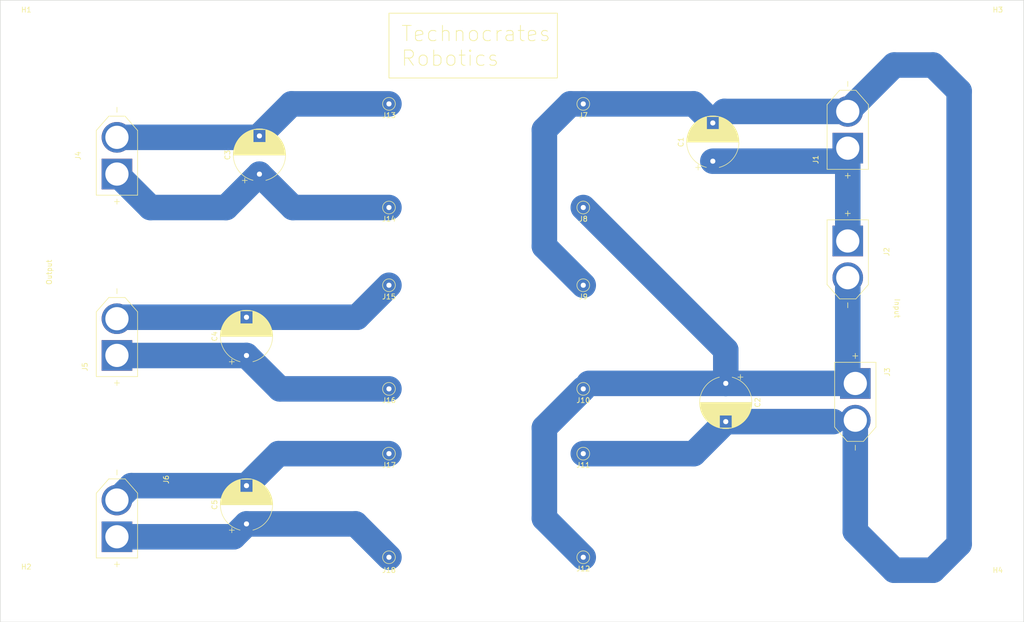
<source format=kicad_pcb>
(kicad_pcb (version 20221018) (generator pcbnew)
  (layers (0 "F.Cu" signal) (31 "B.Cu" signal) (34 "B.Paste" user) (35 "F.Paste" user) (36 "B.SilkS" user "B.Silkscreen") (37 "F.SilkS" user "F.Silkscreen") (38 "B.Mask" user) (39 "F.Mask" user) (44 "Edge.Cuts" user))
  (net 0 "")
  (net 1 "Net-(J15-Pin_1)")
  (net 2 "Net-(J18-Pin_1)")
  (net 3 "Net-(J17-Pin_1)")
  (net 4 "Net-(J1-POS)")
  (net 5 "Net-(J10-Pin_1)")
  (net 6 "Net-(J14-Pin_1)")
  (net 7 "Net-(J13-Pin_1)")
  (net 8 "Net-(J16-Pin_1)")
  (footprint "Connector_Pin:Pin_D1.0mm_L10.0mm" (layer "F.Cu") (at 167.64 147.32)
    (fp_text reference "J12" (at 0 2.25) (layer "F.SilkS"))
    (fp_text value "Conn_01x01")
    (pad "1" thru_hole circle (at 0 0) (size 2 2) (drill 1) (layers "*.Cu" "*.Mask") (net 5 "Net-(J10-Pin_1)"))
  )
  (footprint "Capacitor_THT:CP_Radial_D10.0mm_P7.50mm" (layer "F.Cu") (at 101.6 107.757677 90)
    (fp_text reference "C4" (at 3.75 -6.25 90) (layer "F.SilkS"))
    (fp_text value "16V")
    (pad "1" thru_hole rect (at 0 0 90) (size 2 2) (drill 1) (layers "*.Cu" "*.Mask") (net 8 "Net-(J16-Pin_1)"))
    (pad "2" thru_hole circle (at 7.5 0 90) (size 2 2) (drill 1) (layers "*.Cu" "*.Mask") (net 1 "Net-(J15-Pin_1)"))
  )
  (footprint "Capacitor_THT:CP_Radial_D10.0mm_P7.50mm" (layer "F.Cu") (at 104.14 72.197677 90)
    (fp_text reference "C3" (at 3.75 -6.25 90) (layer "F.SilkS"))
    (fp_text value "16V")
    (pad "1" thru_hole rect (at 0 0 90) (size 2 2) (drill 1) (layers "*.Cu" "*.Mask") (net 6 "Net-(J14-Pin_1)"))
    (pad "2" thru_hole circle (at 7.5 0 90) (size 2 2) (drill 1) (layers "*.Cu" "*.Mask") (net 7 "Net-(J13-Pin_1)"))
  )
  (footprint "Connector_Pin:Pin_D1.0mm_L10.0mm" (layer "F.Cu") (at 167.64 114.3)
    (fp_text reference "J10" (at 0 2.25) (layer "F.SilkS"))
    (fp_text value "Conn_01x01")
    (pad "1" thru_hole circle (at 0 0) (size 2 2) (drill 1) (layers "*.Cu" "*.Mask") (net 5 "Net-(J10-Pin_1)"))
  )
  (footprint "XT60-M:AMASS_XT60-M" (layer "F.Cu") (at 219.5 63.5 90)
    (fp_text reference "J1" (at -5.845 -6.27 90) (layer "F.SilkS"))
    (fp_text value "XT60-M")
    (pad "N" thru_hole circle (at 3.6 0 90) (size 6 6) (drill 4.55) (layers "*.Cu" "*.Mask") (net 1 "Net-(J15-Pin_1)"))
    (pad "P" thru_hole rect (at -3.6 0 90) (size 6 6) (drill 4.55) (layers "*.Cu" "*.Mask") (net 4 "Net-(J1-POS)"))
  )
  (footprint "MountingHole:MountingHole_2.1mm" (layer "F.Cu") (at 58.42 43.18)
    (fp_text reference "H1" (at 0 -3.2) (layer "F.SilkS"))
    (fp_text value "MountingHole")
    (pad "" np_thru_hole circle (at 0 0) (size 2.1 2.1) (drill 2.1) (layers "*.Cu" "*.Mask"))
  )
  (footprint "Connector_Pin:Pin_D1.0mm_L10.0mm" (layer "F.Cu") (at 129.54 147.32)
    (fp_text reference "J18" (at 0 2.54) (layer "F.SilkS"))
    (fp_text value "Conn_01x01")
    (pad "1" thru_hole circle (at 0 0) (size 2 2) (drill 1) (layers "*.Cu" "*.Mask") (net 2 "Net-(J18-Pin_1)"))
  )
  (footprint "Connector_Pin:Pin_D1.0mm_L10.0mm" (layer "F.Cu") (at 167.64 78.74)
    (fp_text reference "J8" (at 0 2.25) (layer "F.SilkS"))
    (fp_text value "Conn_01x01")
    (pad "1" thru_hole circle (at 0 0) (size 2 2) (drill 1) (layers "*.Cu" "*.Mask") (net 5 "Net-(J10-Pin_1)"))
  )
  (footprint "Capacitor_THT:CP_Radial_D10.0mm_P7.50mm" (layer "F.Cu") (at 195.58 113.222323 -90)
    (fp_text reference "C2" (at 3.75 -6.25 90) (layer "F.SilkS"))
    (fp_text value "50V")
    (pad "1" thru_hole rect (at 0 0 270) (size 2 2) (drill 1) (layers "*.Cu" "*.Mask") (net 5 "Net-(J10-Pin_1)"))
    (pad "2" thru_hole circle (at 7.5 0 270) (size 2 2) (drill 1) (layers "*.Cu" "*.Mask") (net 1 "Net-(J15-Pin_1)"))
  )
  (footprint "Capacitor_THT:CP_Radial_D10.0mm_P7.50mm" (layer "F.Cu") (at 101.6 140.777677 90)
    (fp_text reference "C5" (at 3.75 -6.25 90) (layer "F.SilkS"))
    (fp_text value "50V")
    (pad "1" thru_hole rect (at 0 0 90) (size 2 2) (drill 1) (layers "*.Cu" "*.Mask") (net 2 "Net-(J18-Pin_1)"))
    (pad "2" thru_hole circle (at 7.5 0 90) (size 2 2) (drill 1) (layers "*.Cu" "*.Mask") (net 3 "Net-(J17-Pin_1)"))
  )
  (footprint "Connector_Pin:Pin_D1.0mm_L10.0mm" (layer "F.Cu") (at 129.54 78.74)
    (fp_text reference "J14" (at 0 2.25) (layer "F.SilkS"))
    (fp_text value "Conn_01x01")
    (pad "1" thru_hole circle (at 0 0) (size 2 2) (drill 1) (layers "*.Cu" "*.Mask") (net 6 "Net-(J14-Pin_1)"))
  )
  (footprint "XT60-M:AMASS_XT60-M" (layer "F.Cu") (at 76.2 68.58 90)
    (fp_text reference "J4" (at 0 -7.62 90) (layer "F.SilkS"))
    (fp_text value "XT60-M")
    (pad "N" thru_hole circle (at 3.6 0 90) (size 6 6) (drill 4.55) (layers "*.Cu" "*.Mask") (net 7 "Net-(J13-Pin_1)"))
    (pad "P" thru_hole rect (at -3.6 0 90) (size 6 6) (drill 4.55) (layers "*.Cu" "*.Mask") (net 6 "Net-(J14-Pin_1)"))
  )
  (footprint "MountingHole:MountingHole_2.1mm" (layer "F.Cu") (at 248.92 43.18)
    (fp_text reference "H3" (at 0 -3.2) (layer "F.SilkS"))
    (fp_text value "MountingHole")
    (pad "" np_thru_hole circle (at 0 0) (size 2.1 2.1) (drill 2.1) (layers "*.Cu" "*.Mask"))
  )
  (footprint "XT60-M:AMASS_XT60-M" (layer "F.Cu") (at 76.2 139.7 90)
    (fp_text reference "J6" (at 7.62 9.66 90) (layer "F.SilkS"))
    (fp_text value "XT60-M")
    (pad "N" thru_hole circle (at 3.6 0 90) (size 6 6) (drill 4.55) (layers "*.Cu" "*.Mask") (net 3 "Net-(J17-Pin_1)"))
    (pad "P" thru_hole rect (at -3.6 0 90) (size 6 6) (drill 4.55) (layers "*.Cu" "*.Mask") (net 2 "Net-(J18-Pin_1)"))
  )
  (footprint "Connector_Pin:Pin_D1.0mm_L10.0mm" (layer "F.Cu") (at 129.54 58.42)
    (fp_text reference "J13" (at 0 2.25) (layer "F.SilkS"))
    (fp_text value "Conn_01x01")
    (pad "1" thru_hole circle (at 0 0) (size 2 2) (drill 1) (layers "*.Cu" "*.Mask") (net 7 "Net-(J13-Pin_1)"))
  )
  (footprint "Connector_Pin:Pin_D1.0mm_L10.0mm" (layer "F.Cu") (at 129.54 93.98)
    (fp_text reference "J15" (at 0 2.25) (layer "F.SilkS"))
    (fp_text value "Conn_01x01")
    (pad "1" thru_hole circle (at 0 0) (size 2 2) (drill 1) (layers "*.Cu" "*.Mask") (net 1 "Net-(J15-Pin_1)"))
  )
  (footprint "Connector_Pin:Pin_D1.0mm_L10.0mm" (layer "F.Cu") (at 167.64 127)
    (fp_text reference "J11" (at 0 2.25) (layer "F.SilkS"))
    (fp_text value "Conn_01x01")
    (pad "1" thru_hole circle (at 0 0) (size 2 2) (drill 1) (layers "*.Cu" "*.Mask") (net 1 "Net-(J15-Pin_1)"))
  )
  (footprint "Capacitor_THT:CP_Radial_D10.0mm_P7.50mm" (layer "F.Cu") (at 193.04 69.657677 90)
    (fp_text reference "C1" (at 3.75 -6.25 90) (layer "F.SilkS"))
    (fp_text value "50V")
    (pad "1" thru_hole rect (at 0 0 90) (size 2 2) (drill 1) (layers "*.Cu" "*.Mask") (net 4 "Net-(J1-POS)"))
    (pad "2" thru_hole circle (at 7.5 0 90) (size 2 2) (drill 1) (layers "*.Cu" "*.Mask") (net 1 "Net-(J15-Pin_1)"))
  )
  (footprint "XT60-M:AMASS_XT60-M" (layer "F.Cu") (at 76.2 104.14 90)
    (fp_text reference "J5" (at -5.845 -6.27 90) (layer "F.SilkS"))
    (fp_text value "XT60-M")
    (pad "N" thru_hole circle (at 3.6 0 90) (size 6 6) (drill 4.55) (layers "*.Cu" "*.Mask") (net 1 "Net-(J15-Pin_1)"))
    (pad "P" thru_hole rect (at -3.6 0 90) (size 6 6) (drill 4.55) (layers "*.Cu" "*.Mask") (net 8 "Net-(J16-Pin_1)"))
  )
  (footprint "Connector_Pin:Pin_D1.0mm_L10.0mm" (layer "F.Cu") (at 167.64 93.98)
    (fp_text reference "J9" (at 0 2.25) (layer "F.SilkS"))
    (fp_text value "Conn_01x01")
    (pad "1" thru_hole circle (at 0 0) (size 2 2) (drill 1) (layers "*.Cu" "*.Mask") (net 1 "Net-(J15-Pin_1)"))
  )
  (footprint "XT60-M:AMASS_XT60-M" (layer "F.Cu") (at 220.98 116.84 -90)
    (fp_text reference "J3" (at -5.845 -6.27 90) (layer "F.SilkS"))
    (fp_text value "XT60-M")
    (pad "N" thru_hole circle (at 3.6 0 270) (size 6 6) (drill 4.55) (layers "*.Cu" "*.Mask") (net 1 "Net-(J15-Pin_1)"))
    (pad "P" thru_hole rect (at -3.6 0 270) (size 6 6) (drill 4.55) (layers "*.Cu" "*.Mask") (net 5 "Net-(J10-Pin_1)"))
  )
  (footprint "Connector_Pin:Pin_D1.0mm_L10.0mm" (layer "F.Cu") (at 129.54 127)
    (fp_text reference "J17" (at 0 2.25) (layer "F.SilkS"))
    (fp_text value "Conn_01x01")
    (pad "1" thru_hole circle (at 0 0) (size 2 2) (drill 1) (layers "*.Cu" "*.Mask") (net 3 "Net-(J17-Pin_1)"))
  )
  (footprint "MountingHole:MountingHole_2.1mm" (layer "F.Cu") (at 248.92 152.4)
    (fp_text reference "H4" (at 0 -2.54) (layer "F.SilkS"))
    (fp_text value "MountingHole")
    (pad "" np_thru_hole circle (at 0 0) (size 2.1 2.1) (drill 2.1) (layers "*.Cu" "*.Mask"))
  )
  (footprint "XT60-M:AMASS_XT60-M" (layer "F.Cu") (at 219.5 88.9 -90)
    (fp_text reference "J2" (at -1.48 -7.62 90) (layer "F.SilkS"))
    (fp_text value "XT60-M")
    (pad "N" thru_hole circle (at 3.6 0 270) (size 6 6) (drill 4.55) (layers "*.Cu" "*.Mask") (net 5 "Net-(J10-Pin_1)"))
    (pad "P" thru_hole rect (at -3.6 0 270) (size 6 6) (drill 4.55) (layers "*.Cu" "*.Mask") (net 4 "Net-(J1-POS)"))
  )
  (footprint "Connector_Pin:Pin_D1.0mm_L10.0mm" (layer "F.Cu") (at 129.54 114.3)
    (fp_text reference "J16" (at 0 2.25) (layer "F.SilkS"))
    (fp_text value "Conn_01x01")
    (pad "1" thru_hole circle (at 0 0) (size 2 2) (drill 1) (layers "*.Cu" "*.Mask") (net 8 "Net-(J16-Pin_1)"))
  )
  (footprint "MountingHole:MountingHole_2.1mm" (layer "F.Cu") (at 58.42 152.4)
    (fp_text reference "H2" (at 0 -3.2) (layer "F.SilkS"))
    (fp_text value "MountingHole")
    (pad "" np_thru_hole circle (at 0 0) (size 2.1 2.1) (drill 2.1) (layers "*.Cu" "*.Mask"))
  )
  (footprint "Connector_Pin:Pin_D1.0mm_L10.0mm" (layer "F.Cu") (at 167.64 58.42)
    (fp_text reference "J7" (at 0 2.25) (layer "F.SilkS"))
    (fp_text value "Conn_01x01")
    (pad "1" thru_hole circle (at 0 0) (size 2 2) (drill 1) (layers "*.Cu" "*.Mask") (net 1 "Net-(J15-Pin_1)"))
  )
  (gr_rect (start 53.34 38.1) (end 254 160.02) (stroke (width 0.1)) (fill none) (layer "Edge.Cuts"))
  (gr_text "Input\n" (at 228.6 96.52 270) (layer "F.SilkS") (effects (font (size 1 1)) (justify left bottom)))
  (gr_text "Output" (at 63.5 93.98 90) (layer "F.SilkS") (effects (font (size 1 1)) (justify left bottom)))
  (gr_text_box "Technocrates Robotics" (start 129.54 40.64) (end 162.56 53.34) (layer "F.SilkS") (effects (font (size 3 3)) (justify left top)) (stroke (width 0.15)))
  (segment (start 220.697677 120.722323) (end 220.98 120.44) (width 0.25) (layer "B.Cu") (net 1))
  (segment (start 228.6 149.86) (end 220.98 142.24) (width 5) (layer "B.Cu") (net 1))
  (segment (start 167.64 58.42) (end 189.302323 58.42) (width 5) (layer "B.Cu") (net 1))
  (segment (start 123.262323 100.257677) (end 129.54 93.98) (width 5) (layer "B.Cu") (net 1))
  (segment (start 195.58 120.722323) (end 216.702523 120.722323) (width 5) (layer "B.Cu") (net 1))
  (segment (start 195.58 120.722323) (end 189.302323 127) (width 5) (layer "B.Cu") (net 1))
  (segment (start 76.482323 100.257677) (end 76.2 100.54) (width 0.25) (layer "B.Cu") (net 1))
  (segment (start 189.302323 127) (end 167.64 127) (width 5) (layer "B.Cu") (net 1))
  (segment (start 220.98 121.004646) (end 220.697677 120.722323) (width 5) (layer "B.Cu") (net 1))
  (segment (start 241.34 55.92) (end 241.34 144.74) (width 5) (layer "B.Cu") (net 1))
  (segment (start 195.297677 59.9) (end 193.04 62.157677) (width 5) (layer "B.Cu") (net 1))
  (segment (start 216.702523 120.722323) (end 218.982423 118.442423) (width 0.25) (layer "B.Cu") (net 1))
  (segment (start 219.5 59.9) (end 228.6 50.8) (width 5) (layer "B.Cu") (net 1))
  (segment (start 167.64 93.98) (end 160.02 86.36) (width 5) (layer "B.Cu") (net 1))
  (segment (start 219.5 59.9) (end 195.297677 59.9) (width 5) (layer "B.Cu") (net 1))
  (segment (start 101.6 100.257677) (end 123.262323 100.257677) (width 5) (layer "B.Cu") (net 1))
  (segment (start 189.302323 58.42) (end 193.04 62.157677) (width 5) (layer "B.Cu") (net 1))
  (segment (start 160.02 86.36) (end 160.02 63.5) (width 5) (layer "B.Cu") (net 1))
  (segment (start 160.02 63.5) (end 165.1 58.42) (width 5) (layer "B.Cu") (net 1))
  (segment (start 165.1 58.42) (end 167.64 58.42) (width 5) (layer "B.Cu") (net 1))
  (segment (start 241.34 144.74) (end 236.22 149.86) (width 5) (layer "B.Cu") (net 1))
  (segment (start 228.6 50.8) (end 236.22 50.8) (width 5) (layer "B.Cu") (net 1))
  (segment (start 236.22 50.8) (end 241.34 55.92) (width 5) (layer "B.Cu") (net 1))
  (segment (start 220.98 142.24) (end 220.98 121.004646) (width 5) (layer "B.Cu") (net 1))
  (segment (start 101.6 100.257677) (end 76.482323 100.257677) (width 5) (layer "B.Cu") (net 1))
  (segment (start 236.22 149.86) (end 228.6 149.86) (width 5) (layer "B.Cu") (net 1))
  (segment (start 101.6 140.777677) (end 122.997677 140.777677) (width 5) (layer "B.Cu") (net 2))
  (segment (start 122.997677 140.777677) (end 129.54 147.32) (width 5) (layer "B.Cu") (net 2))
  (segment (start 76.2 143.3) (end 99.077677 143.3) (width 5) (layer "B.Cu") (net 2))
  (segment (start 99.077677 143.3) (end 101.6 140.777677) (width 5) (layer "B.Cu") (net 2))
  (segment (start 107.877677 127) (end 129.54 127) (width 5) (layer "B.Cu") (net 3))
  (segment (start 101.6 133.277677) (end 107.877677 127) (width 5) (layer "B.Cu") (net 3))
  (segment (start 79.022323 133.277677) (end 76.2 136.1) (width 5) (layer "B.Cu") (net 3))
  (segment (start 101.6 133.277677) (end 79.022323 133.277677) (width 5) (layer "B.Cu") (net 3))
  (segment (start 193.04 69.657677) (end 216.942323 69.657677) (width 5) (layer "B.Cu") (net 4))
  (segment (start 216.942323 69.657677) (end 219.5 67.1) (width 0.25) (layer "B.Cu") (net 4))
  (segment (start 219.5 67.1) (end 219.5 85.3) (width 5) (layer "B.Cu") (net 4))
  (segment (start 195.58 113.222323) (end 220.962323 113.222323) (width 5) (layer "B.Cu") (net 5))
  (segment (start 195.58 113.222323) (end 195.58 106.68) (width 5) (layer "B.Cu") (net 5))
  (segment (start 168.717677 113.222323) (end 167.64 114.3) (width 0.25) (layer "B.Cu") (net 5))
  (segment (start 220.962323 113.222323) (end 220.98 113.24) (width 0.25) (layer "B.Cu") (net 5))
  (segment (start 167.64 114.3) (end 160.02 121.92) (width 5) (layer "B.Cu") (net 5))
  (segment (start 160.02 121.92) (end 160.02 139.7) (width 5) (layer "B.Cu") (net 5))
  (segment (start 219.5 111.76) (end 220.98 113.24) (width 0.25) (layer "B.Cu") (net 5))
  (segment (start 160.02 139.7) (end 167.64 147.32) (width 5) (layer "B.Cu") (net 5))
  (segment (start 195.58 106.68) (end 167.64 78.74) (width 5) (layer "B.Cu") (net 5))
  (segment (start 195.58 113.222323) (end 168.717677 113.222323) (width 5) (layer "B.Cu") (net 5))
  (segment (start 219.5 92.5) (end 219.5 111.76) (width 5) (layer "B.Cu") (net 5))
  (segment (start 76.217677 72.197677) (end 76.2 72.18) (width 0.25) (layer "B.Cu") (net 6))
  (segment (start 129.54 78.74) (end 110.682323 78.74) (width 5) (layer "B.Cu") (net 6))
  (segment (start 82.76 78.74) (end 76.217677 72.197677) (width 5) (layer "B.Cu") (net 6))
  (segment (start 104.14 72.197677) (end 97.597677 78.74) (width 5) (layer "B.Cu") (net 6))
  (segment (start 97.597677 78.74) (end 82.76 78.74) (width 5) (layer "B.Cu") (net 6))
  (segment (start 110.682323 78.74) (end 104.14 72.197677) (width 5) (layer "B.Cu") (net 6))
  (segment (start 104.14 64.697677) (end 110.417677 58.42) (width 5) (layer "B.Cu") (net 7))
  (segment (start 103.857677 64.98) (end 104.14 64.697677) (width 0.25) (layer "B.Cu") (net 7))
  (segment (start 76.2 64.98) (end 103.857677 64.98) (width 5) (layer "B.Cu") (net 7))
  (segment (start 129.54 58.42) (end 110.417677 58.42) (width 5) (layer "B.Cu") (net 7))
  (segment (start 108.142323 114.3) (end 101.6 107.757677) (width 5) (layer "B.Cu") (net 8))
  (segment (start 101.6 107.757677) (end 76.217677 107.757677) (width 5) (layer "B.Cu") (net 8))
  (segment (start 76.217677 107.757677) (end 76.2 107.74) (width 0.25) (layer "B.Cu") (net 8))
  (segment (start 129.54 114.3) (end 108.142323 114.3) (width 5) (layer "B.Cu") (net 8))
)
</source>
